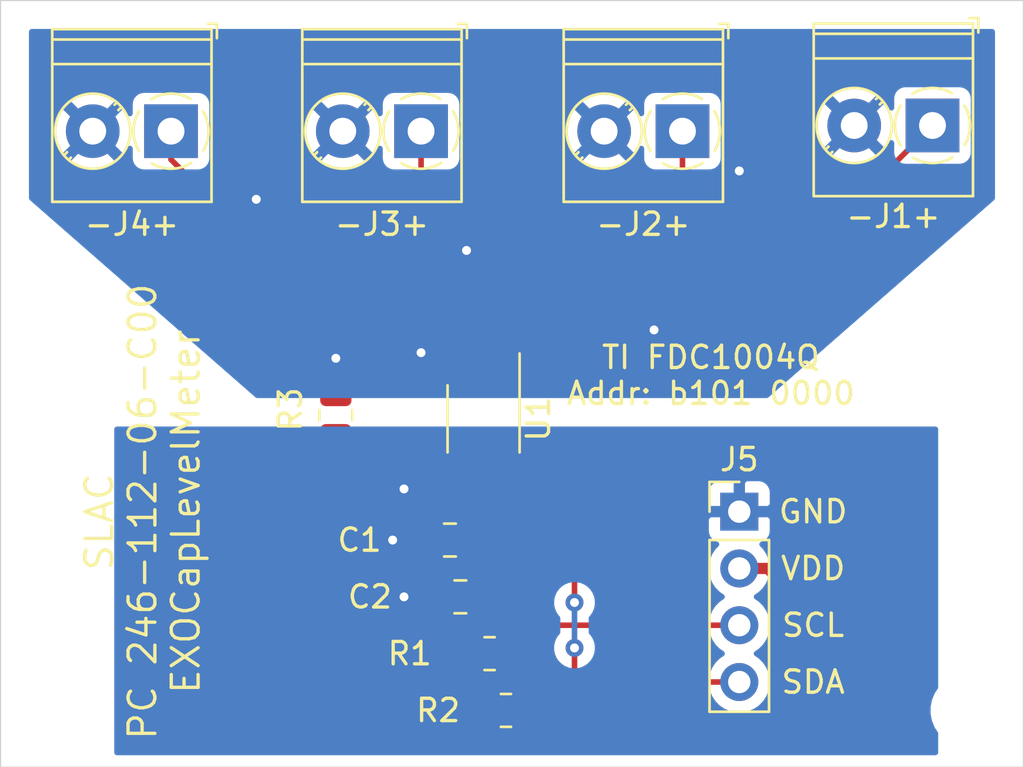
<source format=kicad_pcb>
(kicad_pcb (version 20171130) (host pcbnew "(5.1.10)-1")

  (general
    (thickness 1.6)
    (drawings 10)
    (tracks 116)
    (zones 0)
    (modules 15)
    (nets 11)
  )

  (page A4)
  (layers
    (0 F.Cu signal)
    (31 B.Cu signal)
    (32 B.Adhes user hide)
    (33 F.Adhes user hide)
    (34 B.Paste user hide)
    (35 F.Paste user hide)
    (36 B.SilkS user hide)
    (37 F.SilkS user)
    (38 B.Mask user hide)
    (39 F.Mask user)
    (40 Dwgs.User user hide)
    (41 Cmts.User user hide)
    (42 Eco1.User user hide)
    (43 Eco2.User user hide)
    (44 Edge.Cuts user)
    (45 Margin user hide)
    (46 B.CrtYd user hide)
    (47 F.CrtYd user hide)
    (48 B.Fab user hide)
    (49 F.Fab user hide)
  )

  (setup
    (last_trace_width 0.5)
    (user_trace_width 0.5)
    (user_trace_width 1)
    (trace_clearance 0.2)
    (zone_clearance 0.508)
    (zone_45_only no)
    (trace_min 0.1524)
    (via_size 0.8)
    (via_drill 0.4)
    (via_min_size 0.508)
    (via_min_drill 0.254)
    (uvia_size 0.3)
    (uvia_drill 0.1)
    (uvias_allowed no)
    (uvia_min_size 0.2)
    (uvia_min_drill 0.1)
    (edge_width 0.05)
    (segment_width 0.2)
    (pcb_text_width 0.3)
    (pcb_text_size 1.5 1.5)
    (mod_edge_width 0.12)
    (mod_text_size 1 1)
    (mod_text_width 0.15)
    (pad_size 1.524 1.524)
    (pad_drill 0.762)
    (pad_to_mask_clearance 0.0508)
    (aux_axis_origin 0 0)
    (visible_elements 7FFFFFFF)
    (pcbplotparams
      (layerselection 0x010fc_ffffffff)
      (usegerberextensions false)
      (usegerberattributes true)
      (usegerberadvancedattributes true)
      (creategerberjobfile true)
      (excludeedgelayer true)
      (linewidth 0.100000)
      (plotframeref false)
      (viasonmask false)
      (mode 1)
      (useauxorigin false)
      (hpglpennumber 1)
      (hpglpenspeed 20)
      (hpglpendiameter 15.000000)
      (psnegative false)
      (psa4output false)
      (plotreference true)
      (plotvalue true)
      (plotinvisibletext false)
      (padsonsilk false)
      (subtractmaskfromsilk false)
      (outputformat 1)
      (mirror false)
      (drillshape 1)
      (scaleselection 1)
      (outputdirectory ""))
  )

  (net 0 "")
  (net 1 /VDD)
  (net 2 /GND)
  (net 3 "Net-(J1-Pad1)")
  (net 4 SHLD1)
  (net 5 "Net-(J2-Pad1)")
  (net 6 "Net-(J3-Pad1)")
  (net 7 "Net-(J4-Pad1)")
  (net 8 /SCL)
  (net 9 /SDA)
  (net 10 "Net-(R3-Pad2)")

  (net_class Default "This is the default net class."
    (clearance 0.2)
    (trace_width 0.25)
    (via_dia 0.8)
    (via_drill 0.4)
    (uvia_dia 0.3)
    (uvia_drill 0.1)
    (add_net /GND)
    (add_net /SCL)
    (add_net /SDA)
    (add_net /VDD)
    (add_net "Net-(J1-Pad1)")
    (add_net "Net-(J2-Pad1)")
    (add_net "Net-(J3-Pad1)")
    (add_net "Net-(J4-Pad1)")
    (add_net "Net-(R3-Pad2)")
    (add_net SHLD1)
  )

  (module MountingHole:MountingHole_2.2mm_M2 (layer F.Cu) (tedit 56D1B4CB) (tstamp 612595A6)
    (at 125.73 71.12)
    (descr "Mounting Hole 2.2mm, no annular, M2")
    (tags "mounting hole 2.2mm no annular m2")
    (attr virtual)
    (fp_text reference REF** (at -1.27 -2.54) (layer F.Fab)
      (effects (font (size 1 1) (thickness 0.15)))
    )
    (fp_text value MountingHole_2.2mm_M2 (at 0 3.2) (layer F.Fab)
      (effects (font (size 1 1) (thickness 0.15)))
    )
    (fp_circle (center 0 0) (end 2.2 0) (layer Cmts.User) (width 0.15))
    (fp_circle (center 0 0) (end 2.45 0) (layer F.CrtYd) (width 0.05))
    (fp_text user %R (at 0.3 0) (layer F.Fab)
      (effects (font (size 1 1) (thickness 0.15)))
    )
    (pad 1 np_thru_hole circle (at 0 0) (size 2.2 2.2) (drill 2.2) (layers *.Cu *.Mask))
  )

  (module MountingHole:MountingHole_2.2mm_M2 (layer F.Cu) (tedit 56D1B4CB) (tstamp 61259582)
    (at 85.09 71.12)
    (descr "Mounting Hole 2.2mm, no annular, M2")
    (tags "mounting hole 2.2mm no annular m2")
    (attr virtual)
    (fp_text reference REF** (at 0 -3.2) (layer F.Fab)
      (effects (font (size 1 1) (thickness 0.15)))
    )
    (fp_text value MountingHole_2.2mm_M2 (at 0 3.2) (layer F.Fab)
      (effects (font (size 1 1) (thickness 0.15)))
    )
    (fp_circle (center 0 0) (end 2.2 0) (layer Cmts.User) (width 0.15))
    (fp_circle (center 0 0) (end 2.45 0) (layer F.CrtYd) (width 0.05))
    (fp_text user %R (at 0.3 0) (layer F.Fab)
      (effects (font (size 1 1) (thickness 0.15)))
    )
    (pad 1 np_thru_hole circle (at 0 0) (size 2.2 2.2) (drill 2.2) (layers *.Cu *.Mask))
  )

  (module MountingHole:MountingHole_2.2mm_M2 (layer F.Cu) (tedit 56D1B4CB) (tstamp 61259665)
    (at 85.09 52.07)
    (descr "Mounting Hole 2.2mm, no annular, M2")
    (tags "mounting hole 2.2mm no annular m2")
    (attr virtual)
    (fp_text reference REF** (at 0 2.54) (layer F.Fab)
      (effects (font (size 1 1) (thickness 0.15)))
    )
    (fp_text value MountingHole_2.2mm_M2 (at 0 3.2) (layer F.Fab)
      (effects (font (size 1 1) (thickness 0.15)))
    )
    (fp_circle (center 0 0) (end 2.2 0) (layer Cmts.User) (width 0.15))
    (fp_circle (center 0 0) (end 2.45 0) (layer F.CrtYd) (width 0.05))
    (fp_text user %R (at 0.3 0) (layer F.Fab)
      (effects (font (size 1 1) (thickness 0.15)))
    )
    (pad 1 np_thru_hole circle (at 0 0) (size 2.2 2.2) (drill 2.2) (layers *.Cu *.Mask))
  )

  (module MountingHole:MountingHole_2.2mm_M2 (layer F.Cu) (tedit 56D1B4CB) (tstamp 612594D1)
    (at 125.73 52.07)
    (descr "Mounting Hole 2.2mm, no annular, M2")
    (tags "mounting hole 2.2mm no annular m2")
    (attr virtual)
    (fp_text reference REF** (at 0 2.54) (layer F.Fab)
      (effects (font (size 1 1) (thickness 0.15)))
    )
    (fp_text value MountingHole_2.2mm_M2 (at 0 3.2) (layer F.Fab)
      (effects (font (size 1 1) (thickness 0.15)))
    )
    (fp_circle (center 0 0) (end 2.2 0) (layer Cmts.User) (width 0.15))
    (fp_circle (center 0 0) (end 2.45 0) (layer F.CrtYd) (width 0.05))
    (fp_text user %R (at 0.3 0) (layer F.Fab)
      (effects (font (size 1 1) (thickness 0.15)))
    )
    (pad 1 np_thru_hole circle (at 0 0) (size 2.2 2.2) (drill 2.2) (layers *.Cu *.Mask))
  )

  (module Resistor_SMD:R_0805_2012Metric_Pad1.20x1.40mm_HandSolder (layer F.Cu) (tedit 5F68FEEE) (tstamp 61259116)
    (at 97.536 57.912 270)
    (descr "Resistor SMD 0805 (2012 Metric), square (rectangular) end terminal, IPC_7351 nominal with elongated pad for handsoldering. (Body size source: IPC-SM-782 page 72, https://www.pcb-3d.com/wordpress/wp-content/uploads/ipc-sm-782a_amendment_1_and_2.pdf), generated with kicad-footprint-generator")
    (tags "resistor handsolder")
    (path /61274285)
    (attr smd)
    (fp_text reference R3 (at -0.254 2.032 90) (layer F.SilkS)
      (effects (font (size 1 1) (thickness 0.15)))
    )
    (fp_text value 0 (at 0 1.65 90) (layer F.Fab)
      (effects (font (size 1 1) (thickness 0.15)))
    )
    (fp_line (start -1 0.625) (end -1 -0.625) (layer F.Fab) (width 0.1))
    (fp_line (start -1 -0.625) (end 1 -0.625) (layer F.Fab) (width 0.1))
    (fp_line (start 1 -0.625) (end 1 0.625) (layer F.Fab) (width 0.1))
    (fp_line (start 1 0.625) (end -1 0.625) (layer F.Fab) (width 0.1))
    (fp_line (start -0.227064 -0.735) (end 0.227064 -0.735) (layer F.SilkS) (width 0.12))
    (fp_line (start -0.227064 0.735) (end 0.227064 0.735) (layer F.SilkS) (width 0.12))
    (fp_line (start -1.85 0.95) (end -1.85 -0.95) (layer F.CrtYd) (width 0.05))
    (fp_line (start -1.85 -0.95) (end 1.85 -0.95) (layer F.CrtYd) (width 0.05))
    (fp_line (start 1.85 -0.95) (end 1.85 0.95) (layer F.CrtYd) (width 0.05))
    (fp_line (start 1.85 0.95) (end -1.85 0.95) (layer F.CrtYd) (width 0.05))
    (fp_text user %R (at 0 0 90) (layer F.Fab)
      (effects (font (size 0.5 0.5) (thickness 0.08)))
    )
    (pad 2 smd roundrect (at 1 0 270) (size 1.2 1.4) (layers F.Cu F.Paste F.Mask) (roundrect_rratio 0.208333)
      (net 10 "Net-(R3-Pad2)"))
    (pad 1 smd roundrect (at -1 0 270) (size 1.2 1.4) (layers F.Cu F.Paste F.Mask) (roundrect_rratio 0.208333)
      (net 4 SHLD1))
    (model ${KISYS3DMOD}/Resistor_SMD.3dshapes/R_0805_2012Metric.wrl
      (at (xyz 0 0 0))
      (scale (xyz 1 1 1))
      (rotate (xyz 0 0 0))
    )
  )

  (module Capacitor_SMD:C_0805_2012Metric_Pad1.18x1.45mm_HandSolder (layer F.Cu) (tedit 5F68FEEF) (tstamp 61256B00)
    (at 102.6375 63.5 180)
    (descr "Capacitor SMD 0805 (2012 Metric), square (rectangular) end terminal, IPC_7351 nominal with elongated pad for handsoldering. (Body size source: IPC-SM-782 page 76, https://www.pcb-3d.com/wordpress/wp-content/uploads/ipc-sm-782a_amendment_1_and_2.pdf, https://docs.google.com/spreadsheets/d/1BsfQQcO9C6DZCsRaXUlFlo91Tg2WpOkGARC1WS5S8t0/edit?usp=sharing), generated with kicad-footprint-generator")
    (tags "capacitor handsolder")
    (path /6125A59F)
    (attr smd)
    (fp_text reference C1 (at 4.0425 0) (layer F.SilkS)
      (effects (font (size 1 1) (thickness 0.15)))
    )
    (fp_text value 0.1uF (at -3.5775 2.54) (layer F.Fab)
      (effects (font (size 1 1) (thickness 0.15)))
    )
    (fp_line (start 1.88 0.98) (end -1.88 0.98) (layer F.CrtYd) (width 0.05))
    (fp_line (start 1.88 -0.98) (end 1.88 0.98) (layer F.CrtYd) (width 0.05))
    (fp_line (start -1.88 -0.98) (end 1.88 -0.98) (layer F.CrtYd) (width 0.05))
    (fp_line (start -1.88 0.98) (end -1.88 -0.98) (layer F.CrtYd) (width 0.05))
    (fp_line (start -0.261252 0.735) (end 0.261252 0.735) (layer F.SilkS) (width 0.12))
    (fp_line (start -0.261252 -0.735) (end 0.261252 -0.735) (layer F.SilkS) (width 0.12))
    (fp_line (start 1 0.625) (end -1 0.625) (layer F.Fab) (width 0.1))
    (fp_line (start 1 -0.625) (end 1 0.625) (layer F.Fab) (width 0.1))
    (fp_line (start -1 -0.625) (end 1 -0.625) (layer F.Fab) (width 0.1))
    (fp_line (start -1 0.625) (end -1 -0.625) (layer F.Fab) (width 0.1))
    (fp_text user %R (at 0 0) (layer F.Fab)
      (effects (font (size 0.5 0.5) (thickness 0.08)))
    )
    (pad 1 smd roundrect (at -1.0375 0 180) (size 1.175 1.45) (layers F.Cu F.Paste F.Mask) (roundrect_rratio 0.212766)
      (net 1 /VDD))
    (pad 2 smd roundrect (at 1.0375 0 180) (size 1.175 1.45) (layers F.Cu F.Paste F.Mask) (roundrect_rratio 0.212766)
      (net 2 /GND))
    (model ${KISYS3DMOD}/Capacitor_SMD.3dshapes/C_0805_2012Metric.wrl
      (at (xyz 0 0 0))
      (scale (xyz 1 1 1))
      (rotate (xyz 0 0 0))
    )
  )

  (module Capacitor_SMD:C_0805_2012Metric_Pad1.18x1.45mm_HandSolder (layer F.Cu) (tedit 5F68FEEF) (tstamp 61256B11)
    (at 103.1025 66.04 180)
    (descr "Capacitor SMD 0805 (2012 Metric), square (rectangular) end terminal, IPC_7351 nominal with elongated pad for handsoldering. (Body size source: IPC-SM-782 page 76, https://www.pcb-3d.com/wordpress/wp-content/uploads/ipc-sm-782a_amendment_1_and_2.pdf, https://docs.google.com/spreadsheets/d/1BsfQQcO9C6DZCsRaXUlFlo91Tg2WpOkGARC1WS5S8t0/edit?usp=sharing), generated with kicad-footprint-generator")
    (tags "capacitor handsolder")
    (path /6125AD74)
    (attr smd)
    (fp_text reference C2 (at 4.0425 0) (layer F.SilkS)
      (effects (font (size 1 1) (thickness 0.15)))
    )
    (fp_text value 1uF (at 0 1.68) (layer F.Fab)
      (effects (font (size 1 1) (thickness 0.15)))
    )
    (fp_line (start -1 0.625) (end -1 -0.625) (layer F.Fab) (width 0.1))
    (fp_line (start -1 -0.625) (end 1 -0.625) (layer F.Fab) (width 0.1))
    (fp_line (start 1 -0.625) (end 1 0.625) (layer F.Fab) (width 0.1))
    (fp_line (start 1 0.625) (end -1 0.625) (layer F.Fab) (width 0.1))
    (fp_line (start -0.261252 -0.735) (end 0.261252 -0.735) (layer F.SilkS) (width 0.12))
    (fp_line (start -0.261252 0.735) (end 0.261252 0.735) (layer F.SilkS) (width 0.12))
    (fp_line (start -1.88 0.98) (end -1.88 -0.98) (layer F.CrtYd) (width 0.05))
    (fp_line (start -1.88 -0.98) (end 1.88 -0.98) (layer F.CrtYd) (width 0.05))
    (fp_line (start 1.88 -0.98) (end 1.88 0.98) (layer F.CrtYd) (width 0.05))
    (fp_line (start 1.88 0.98) (end -1.88 0.98) (layer F.CrtYd) (width 0.05))
    (fp_text user %R (at 0 0) (layer F.Fab)
      (effects (font (size 0.5 0.5) (thickness 0.08)))
    )
    (pad 2 smd roundrect (at 1.0375 0 180) (size 1.175 1.45) (layers F.Cu F.Paste F.Mask) (roundrect_rratio 0.212766)
      (net 2 /GND))
    (pad 1 smd roundrect (at -1.0375 0 180) (size 1.175 1.45) (layers F.Cu F.Paste F.Mask) (roundrect_rratio 0.212766)
      (net 1 /VDD))
    (model ${KISYS3DMOD}/Capacitor_SMD.3dshapes/C_0805_2012Metric.wrl
      (at (xyz 0 0 0))
      (scale (xyz 1 1 1))
      (rotate (xyz 0 0 0))
    )
  )

  (module TerminalBlock_Phoenix:TerminalBlock_Phoenix_PT-1,5-2-3.5-H_1x02_P3.50mm_Horizontal (layer F.Cu) (tedit 5B294F3F) (tstamp 61256B3B)
    (at 124.206 44.958 180)
    (descr "Terminal Block Phoenix PT-1,5-2-3.5-H, 2 pins, pitch 3.5mm, size 7x7.6mm^2, drill diamater 1.2mm, pad diameter 2.4mm, see , script-generated using https://github.com/pointhi/kicad-footprint-generator/scripts/TerminalBlock_Phoenix")
    (tags "THT Terminal Block Phoenix PT-1,5-2-3.5-H pitch 3.5mm size 7x7.6mm^2 drill 1.2mm pad 2.4mm")
    (path /6125322E)
    (fp_text reference -J1+ (at 1.75 -4.064) (layer F.SilkS)
      (effects (font (size 1 1) (thickness 0.15)))
    )
    (fp_text value Conn_01x02_Female (at 1.75 5.56) (layer F.Fab)
      (effects (font (size 1 1) (thickness 0.15)))
    )
    (fp_line (start 5.75 -3.6) (end -2.25 -3.6) (layer F.CrtYd) (width 0.05))
    (fp_line (start 5.75 5) (end 5.75 -3.6) (layer F.CrtYd) (width 0.05))
    (fp_line (start -2.25 5) (end 5.75 5) (layer F.CrtYd) (width 0.05))
    (fp_line (start -2.25 -3.6) (end -2.25 5) (layer F.CrtYd) (width 0.05))
    (fp_line (start -2.05 4.8) (end -1.65 4.8) (layer F.SilkS) (width 0.12))
    (fp_line (start -2.05 4.16) (end -2.05 4.8) (layer F.SilkS) (width 0.12))
    (fp_line (start 2.355 0.941) (end 2.226 1.069) (layer F.SilkS) (width 0.12))
    (fp_line (start 4.57 -1.275) (end 4.476 -1.181) (layer F.SilkS) (width 0.12))
    (fp_line (start 2.525 1.181) (end 2.431 1.274) (layer F.SilkS) (width 0.12))
    (fp_line (start 4.775 -1.069) (end 4.646 -0.941) (layer F.SilkS) (width 0.12))
    (fp_line (start 4.455 -1.138) (end 2.363 0.955) (layer F.Fab) (width 0.1))
    (fp_line (start 4.638 -0.955) (end 2.546 1.138) (layer F.Fab) (width 0.1))
    (fp_line (start 0.955 -1.138) (end -1.138 0.955) (layer F.Fab) (width 0.1))
    (fp_line (start 1.138 -0.955) (end -0.955 1.138) (layer F.Fab) (width 0.1))
    (fp_line (start 5.31 -3.16) (end 5.31 4.56) (layer F.SilkS) (width 0.12))
    (fp_line (start -1.81 -3.16) (end -1.81 4.56) (layer F.SilkS) (width 0.12))
    (fp_line (start -1.81 4.56) (end 5.31 4.56) (layer F.SilkS) (width 0.12))
    (fp_line (start -1.81 -3.16) (end 5.31 -3.16) (layer F.SilkS) (width 0.12))
    (fp_line (start -1.81 3) (end 5.31 3) (layer F.SilkS) (width 0.12))
    (fp_line (start -1.75 3) (end 5.25 3) (layer F.Fab) (width 0.1))
    (fp_line (start -1.81 4.1) (end 5.31 4.1) (layer F.SilkS) (width 0.12))
    (fp_line (start -1.75 4.1) (end 5.25 4.1) (layer F.Fab) (width 0.1))
    (fp_line (start -1.75 4.1) (end -1.75 -3.1) (layer F.Fab) (width 0.1))
    (fp_line (start -1.35 4.5) (end -1.75 4.1) (layer F.Fab) (width 0.1))
    (fp_line (start 5.25 4.5) (end -1.35 4.5) (layer F.Fab) (width 0.1))
    (fp_line (start 5.25 -3.1) (end 5.25 4.5) (layer F.Fab) (width 0.1))
    (fp_line (start -1.75 -3.1) (end 5.25 -3.1) (layer F.Fab) (width 0.1))
    (fp_circle (center 3.5 0) (end 5.18 0) (layer F.SilkS) (width 0.12))
    (fp_circle (center 3.5 0) (end 5 0) (layer F.Fab) (width 0.1))
    (fp_circle (center 0 0) (end 1.5 0) (layer F.Fab) (width 0.1))
    (fp_arc (start 0 0) (end 0 1.68) (angle -32) (layer F.SilkS) (width 0.12))
    (fp_arc (start 0 0) (end 1.425 0.891) (angle -64) (layer F.SilkS) (width 0.12))
    (fp_arc (start 0 0) (end 0.866 -1.44) (angle -63) (layer F.SilkS) (width 0.12))
    (fp_arc (start 0 0) (end -1.44 -0.866) (angle -63) (layer F.SilkS) (width 0.12))
    (fp_arc (start 0 0) (end -0.866 1.44) (angle -32) (layer F.SilkS) (width 0.12))
    (fp_text user %R (at 1.75 2.4) (layer F.Fab)
      (effects (font (size 1 1) (thickness 0.15)))
    )
    (pad 1 thru_hole rect (at 0 0 180) (size 2.4 2.4) (drill 1.2) (layers *.Cu *.Mask)
      (net 3 "Net-(J1-Pad1)"))
    (pad 2 thru_hole circle (at 3.5 0 180) (size 2.4 2.4) (drill 1.2) (layers *.Cu *.Mask)
      (net 4 SHLD1))
    (model ${KISYS3DMOD}/TerminalBlock_Phoenix.3dshapes/TerminalBlock_Phoenix_PT-1,5-2-3.5-H_1x02_P3.50mm_Horizontal.wrl
      (at (xyz 0 0 0))
      (scale (xyz 1 1 1))
      (rotate (xyz 0 0 0))
    )
  )

  (module TerminalBlock_Phoenix:TerminalBlock_Phoenix_PT-1,5-2-3.5-H_1x02_P3.50mm_Horizontal (layer F.Cu) (tedit 5B294F3F) (tstamp 61256B65)
    (at 113.03 45.212 180)
    (descr "Terminal Block Phoenix PT-1,5-2-3.5-H, 2 pins, pitch 3.5mm, size 7x7.6mm^2, drill diamater 1.2mm, pad diameter 2.4mm, see , script-generated using https://github.com/pointhi/kicad-footprint-generator/scripts/TerminalBlock_Phoenix")
    (tags "THT Terminal Block Phoenix PT-1,5-2-3.5-H pitch 3.5mm size 7x7.6mm^2 drill 1.2mm pad 2.4mm")
    (path /6125582A)
    (fp_text reference -J2+ (at 1.75 -4.16) (layer F.SilkS)
      (effects (font (size 1 1) (thickness 0.15)))
    )
    (fp_text value Conn_01x02_Female (at 1.75 5.56) (layer F.Fab)
      (effects (font (size 1 1) (thickness 0.15)))
    )
    (fp_circle (center 0 0) (end 1.5 0) (layer F.Fab) (width 0.1))
    (fp_circle (center 3.5 0) (end 5 0) (layer F.Fab) (width 0.1))
    (fp_circle (center 3.5 0) (end 5.18 0) (layer F.SilkS) (width 0.12))
    (fp_line (start -1.75 -3.1) (end 5.25 -3.1) (layer F.Fab) (width 0.1))
    (fp_line (start 5.25 -3.1) (end 5.25 4.5) (layer F.Fab) (width 0.1))
    (fp_line (start 5.25 4.5) (end -1.35 4.5) (layer F.Fab) (width 0.1))
    (fp_line (start -1.35 4.5) (end -1.75 4.1) (layer F.Fab) (width 0.1))
    (fp_line (start -1.75 4.1) (end -1.75 -3.1) (layer F.Fab) (width 0.1))
    (fp_line (start -1.75 4.1) (end 5.25 4.1) (layer F.Fab) (width 0.1))
    (fp_line (start -1.81 4.1) (end 5.31 4.1) (layer F.SilkS) (width 0.12))
    (fp_line (start -1.75 3) (end 5.25 3) (layer F.Fab) (width 0.1))
    (fp_line (start -1.81 3) (end 5.31 3) (layer F.SilkS) (width 0.12))
    (fp_line (start -1.81 -3.16) (end 5.31 -3.16) (layer F.SilkS) (width 0.12))
    (fp_line (start -1.81 4.56) (end 5.31 4.56) (layer F.SilkS) (width 0.12))
    (fp_line (start -1.81 -3.16) (end -1.81 4.56) (layer F.SilkS) (width 0.12))
    (fp_line (start 5.31 -3.16) (end 5.31 4.56) (layer F.SilkS) (width 0.12))
    (fp_line (start 1.138 -0.955) (end -0.955 1.138) (layer F.Fab) (width 0.1))
    (fp_line (start 0.955 -1.138) (end -1.138 0.955) (layer F.Fab) (width 0.1))
    (fp_line (start 4.638 -0.955) (end 2.546 1.138) (layer F.Fab) (width 0.1))
    (fp_line (start 4.455 -1.138) (end 2.363 0.955) (layer F.Fab) (width 0.1))
    (fp_line (start 4.775 -1.069) (end 4.646 -0.941) (layer F.SilkS) (width 0.12))
    (fp_line (start 2.525 1.181) (end 2.431 1.274) (layer F.SilkS) (width 0.12))
    (fp_line (start 4.57 -1.275) (end 4.476 -1.181) (layer F.SilkS) (width 0.12))
    (fp_line (start 2.355 0.941) (end 2.226 1.069) (layer F.SilkS) (width 0.12))
    (fp_line (start -2.05 4.16) (end -2.05 4.8) (layer F.SilkS) (width 0.12))
    (fp_line (start -2.05 4.8) (end -1.65 4.8) (layer F.SilkS) (width 0.12))
    (fp_line (start -2.25 -3.6) (end -2.25 5) (layer F.CrtYd) (width 0.05))
    (fp_line (start -2.25 5) (end 5.75 5) (layer F.CrtYd) (width 0.05))
    (fp_line (start 5.75 5) (end 5.75 -3.6) (layer F.CrtYd) (width 0.05))
    (fp_line (start 5.75 -3.6) (end -2.25 -3.6) (layer F.CrtYd) (width 0.05))
    (fp_text user %R (at 1.75 2.4) (layer F.Fab)
      (effects (font (size 1 1) (thickness 0.15)))
    )
    (fp_arc (start 0 0) (end -0.866 1.44) (angle -32) (layer F.SilkS) (width 0.12))
    (fp_arc (start 0 0) (end -1.44 -0.866) (angle -63) (layer F.SilkS) (width 0.12))
    (fp_arc (start 0 0) (end 0.866 -1.44) (angle -63) (layer F.SilkS) (width 0.12))
    (fp_arc (start 0 0) (end 1.425 0.891) (angle -64) (layer F.SilkS) (width 0.12))
    (fp_arc (start 0 0) (end 0 1.68) (angle -32) (layer F.SilkS) (width 0.12))
    (pad 2 thru_hole circle (at 3.5 0 180) (size 2.4 2.4) (drill 1.2) (layers *.Cu *.Mask)
      (net 4 SHLD1))
    (pad 1 thru_hole rect (at 0 0 180) (size 2.4 2.4) (drill 1.2) (layers *.Cu *.Mask)
      (net 5 "Net-(J2-Pad1)"))
    (model ${KISYS3DMOD}/TerminalBlock_Phoenix.3dshapes/TerminalBlock_Phoenix_PT-1,5-2-3.5-H_1x02_P3.50mm_Horizontal.wrl
      (at (xyz 0 0 0))
      (scale (xyz 1 1 1))
      (rotate (xyz 0 0 0))
    )
  )

  (module TerminalBlock_Phoenix:TerminalBlock_Phoenix_PT-1,5-2-3.5-H_1x02_P3.50mm_Horizontal (layer F.Cu) (tedit 5B294F3F) (tstamp 61256B8F)
    (at 101.346 45.212 180)
    (descr "Terminal Block Phoenix PT-1,5-2-3.5-H, 2 pins, pitch 3.5mm, size 7x7.6mm^2, drill diamater 1.2mm, pad diameter 2.4mm, see , script-generated using https://github.com/pointhi/kicad-footprint-generator/scripts/TerminalBlock_Phoenix")
    (tags "THT Terminal Block Phoenix PT-1,5-2-3.5-H pitch 3.5mm size 7x7.6mm^2 drill 1.2mm pad 2.4mm")
    (path /61255BFD)
    (fp_text reference -J3+ (at 1.75 -4.16) (layer F.SilkS)
      (effects (font (size 1 1) (thickness 0.15)))
    )
    (fp_text value Conn_01x02_Female (at 1.75 5.56) (layer F.Fab)
      (effects (font (size 1 1) (thickness 0.15)))
    )
    (fp_line (start 5.75 -3.6) (end -2.25 -3.6) (layer F.CrtYd) (width 0.05))
    (fp_line (start 5.75 5) (end 5.75 -3.6) (layer F.CrtYd) (width 0.05))
    (fp_line (start -2.25 5) (end 5.75 5) (layer F.CrtYd) (width 0.05))
    (fp_line (start -2.25 -3.6) (end -2.25 5) (layer F.CrtYd) (width 0.05))
    (fp_line (start -2.05 4.8) (end -1.65 4.8) (layer F.SilkS) (width 0.12))
    (fp_line (start -2.05 4.16) (end -2.05 4.8) (layer F.SilkS) (width 0.12))
    (fp_line (start 2.355 0.941) (end 2.226 1.069) (layer F.SilkS) (width 0.12))
    (fp_line (start 4.57 -1.275) (end 4.476 -1.181) (layer F.SilkS) (width 0.12))
    (fp_line (start 2.525 1.181) (end 2.431 1.274) (layer F.SilkS) (width 0.12))
    (fp_line (start 4.775 -1.069) (end 4.646 -0.941) (layer F.SilkS) (width 0.12))
    (fp_line (start 4.455 -1.138) (end 2.363 0.955) (layer F.Fab) (width 0.1))
    (fp_line (start 4.638 -0.955) (end 2.546 1.138) (layer F.Fab) (width 0.1))
    (fp_line (start 0.955 -1.138) (end -1.138 0.955) (layer F.Fab) (width 0.1))
    (fp_line (start 1.138 -0.955) (end -0.955 1.138) (layer F.Fab) (width 0.1))
    (fp_line (start 5.31 -3.16) (end 5.31 4.56) (layer F.SilkS) (width 0.12))
    (fp_line (start -1.81 -3.16) (end -1.81 4.56) (layer F.SilkS) (width 0.12))
    (fp_line (start -1.81 4.56) (end 5.31 4.56) (layer F.SilkS) (width 0.12))
    (fp_line (start -1.81 -3.16) (end 5.31 -3.16) (layer F.SilkS) (width 0.12))
    (fp_line (start -1.81 3) (end 5.31 3) (layer F.SilkS) (width 0.12))
    (fp_line (start -1.75 3) (end 5.25 3) (layer F.Fab) (width 0.1))
    (fp_line (start -1.81 4.1) (end 5.31 4.1) (layer F.SilkS) (width 0.12))
    (fp_line (start -1.75 4.1) (end 5.25 4.1) (layer F.Fab) (width 0.1))
    (fp_line (start -1.75 4.1) (end -1.75 -3.1) (layer F.Fab) (width 0.1))
    (fp_line (start -1.35 4.5) (end -1.75 4.1) (layer F.Fab) (width 0.1))
    (fp_line (start 5.25 4.5) (end -1.35 4.5) (layer F.Fab) (width 0.1))
    (fp_line (start 5.25 -3.1) (end 5.25 4.5) (layer F.Fab) (width 0.1))
    (fp_line (start -1.75 -3.1) (end 5.25 -3.1) (layer F.Fab) (width 0.1))
    (fp_circle (center 3.5 0) (end 5.18 0) (layer F.SilkS) (width 0.12))
    (fp_circle (center 3.5 0) (end 5 0) (layer F.Fab) (width 0.1))
    (fp_circle (center 0 0) (end 1.5 0) (layer F.Fab) (width 0.1))
    (fp_arc (start 0 0) (end 0 1.68) (angle -32) (layer F.SilkS) (width 0.12))
    (fp_arc (start 0 0) (end 1.425 0.891) (angle -64) (layer F.SilkS) (width 0.12))
    (fp_arc (start 0 0) (end 0.866 -1.44) (angle -63) (layer F.SilkS) (width 0.12))
    (fp_arc (start 0 0) (end -1.44 -0.866) (angle -63) (layer F.SilkS) (width 0.12))
    (fp_arc (start 0 0) (end -0.866 1.44) (angle -32) (layer F.SilkS) (width 0.12))
    (fp_text user %R (at 1.75 2.4) (layer F.Fab)
      (effects (font (size 1 1) (thickness 0.15)))
    )
    (pad 1 thru_hole rect (at 0 0 180) (size 2.4 2.4) (drill 1.2) (layers *.Cu *.Mask)
      (net 6 "Net-(J3-Pad1)"))
    (pad 2 thru_hole circle (at 3.5 0 180) (size 2.4 2.4) (drill 1.2) (layers *.Cu *.Mask)
      (net 4 SHLD1))
    (model ${KISYS3DMOD}/TerminalBlock_Phoenix.3dshapes/TerminalBlock_Phoenix_PT-1,5-2-3.5-H_1x02_P3.50mm_Horizontal.wrl
      (at (xyz 0 0 0))
      (scale (xyz 1 1 1))
      (rotate (xyz 0 0 0))
    )
  )

  (module TerminalBlock_Phoenix:TerminalBlock_Phoenix_PT-1,5-2-3.5-H_1x02_P3.50mm_Horizontal (layer F.Cu) (tedit 5B294F3F) (tstamp 61256BB9)
    (at 90.17 45.212 180)
    (descr "Terminal Block Phoenix PT-1,5-2-3.5-H, 2 pins, pitch 3.5mm, size 7x7.6mm^2, drill diamater 1.2mm, pad diameter 2.4mm, see , script-generated using https://github.com/pointhi/kicad-footprint-generator/scripts/TerminalBlock_Phoenix")
    (tags "THT Terminal Block Phoenix PT-1,5-2-3.5-H pitch 3.5mm size 7x7.6mm^2 drill 1.2mm pad 2.4mm")
    (path /61256087)
    (fp_text reference -J4+ (at 1.75 -4.16) (layer F.SilkS)
      (effects (font (size 1 1) (thickness 0.15)))
    )
    (fp_text value Conn_01x02_Female (at 1.75 5.56) (layer F.Fab)
      (effects (font (size 1 1) (thickness 0.15)))
    )
    (fp_circle (center 0 0) (end 1.5 0) (layer F.Fab) (width 0.1))
    (fp_circle (center 3.5 0) (end 5 0) (layer F.Fab) (width 0.1))
    (fp_circle (center 3.5 0) (end 5.18 0) (layer F.SilkS) (width 0.12))
    (fp_line (start -1.75 -3.1) (end 5.25 -3.1) (layer F.Fab) (width 0.1))
    (fp_line (start 5.25 -3.1) (end 5.25 4.5) (layer F.Fab) (width 0.1))
    (fp_line (start 5.25 4.5) (end -1.35 4.5) (layer F.Fab) (width 0.1))
    (fp_line (start -1.35 4.5) (end -1.75 4.1) (layer F.Fab) (width 0.1))
    (fp_line (start -1.75 4.1) (end -1.75 -3.1) (layer F.Fab) (width 0.1))
    (fp_line (start -1.75 4.1) (end 5.25 4.1) (layer F.Fab) (width 0.1))
    (fp_line (start -1.81 4.1) (end 5.31 4.1) (layer F.SilkS) (width 0.12))
    (fp_line (start -1.75 3) (end 5.25 3) (layer F.Fab) (width 0.1))
    (fp_line (start -1.81 3) (end 5.31 3) (layer F.SilkS) (width 0.12))
    (fp_line (start -1.81 -3.16) (end 5.31 -3.16) (layer F.SilkS) (width 0.12))
    (fp_line (start -1.81 4.56) (end 5.31 4.56) (layer F.SilkS) (width 0.12))
    (fp_line (start -1.81 -3.16) (end -1.81 4.56) (layer F.SilkS) (width 0.12))
    (fp_line (start 5.31 -3.16) (end 5.31 4.56) (layer F.SilkS) (width 0.12))
    (fp_line (start 1.138 -0.955) (end -0.955 1.138) (layer F.Fab) (width 0.1))
    (fp_line (start 0.955 -1.138) (end -1.138 0.955) (layer F.Fab) (width 0.1))
    (fp_line (start 4.638 -0.955) (end 2.546 1.138) (layer F.Fab) (width 0.1))
    (fp_line (start 4.455 -1.138) (end 2.363 0.955) (layer F.Fab) (width 0.1))
    (fp_line (start 4.775 -1.069) (end 4.646 -0.941) (layer F.SilkS) (width 0.12))
    (fp_line (start 2.525 1.181) (end 2.431 1.274) (layer F.SilkS) (width 0.12))
    (fp_line (start 4.57 -1.275) (end 4.476 -1.181) (layer F.SilkS) (width 0.12))
    (fp_line (start 2.355 0.941) (end 2.226 1.069) (layer F.SilkS) (width 0.12))
    (fp_line (start -2.05 4.16) (end -2.05 4.8) (layer F.SilkS) (width 0.12))
    (fp_line (start -2.05 4.8) (end -1.65 4.8) (layer F.SilkS) (width 0.12))
    (fp_line (start -2.25 -3.6) (end -2.25 5) (layer F.CrtYd) (width 0.05))
    (fp_line (start -2.25 5) (end 5.75 5) (layer F.CrtYd) (width 0.05))
    (fp_line (start 5.75 5) (end 5.75 -3.6) (layer F.CrtYd) (width 0.05))
    (fp_line (start 5.75 -3.6) (end -2.25 -3.6) (layer F.CrtYd) (width 0.05))
    (fp_text user %R (at 1.75 2.4) (layer F.Fab)
      (effects (font (size 1 1) (thickness 0.15)))
    )
    (fp_arc (start 0 0) (end -0.866 1.44) (angle -32) (layer F.SilkS) (width 0.12))
    (fp_arc (start 0 0) (end -1.44 -0.866) (angle -63) (layer F.SilkS) (width 0.12))
    (fp_arc (start 0 0) (end 0.866 -1.44) (angle -63) (layer F.SilkS) (width 0.12))
    (fp_arc (start 0 0) (end 1.425 0.891) (angle -64) (layer F.SilkS) (width 0.12))
    (fp_arc (start 0 0) (end 0 1.68) (angle -32) (layer F.SilkS) (width 0.12))
    (pad 2 thru_hole circle (at 3.5 0 180) (size 2.4 2.4) (drill 1.2) (layers *.Cu *.Mask)
      (net 4 SHLD1))
    (pad 1 thru_hole rect (at 0 0 180) (size 2.4 2.4) (drill 1.2) (layers *.Cu *.Mask)
      (net 7 "Net-(J4-Pad1)"))
    (model ${KISYS3DMOD}/TerminalBlock_Phoenix.3dshapes/TerminalBlock_Phoenix_PT-1,5-2-3.5-H_1x02_P3.50mm_Horizontal.wrl
      (at (xyz 0 0 0))
      (scale (xyz 1 1 1))
      (rotate (xyz 0 0 0))
    )
  )

  (module Connector_PinHeader_2.54mm:PinHeader_1x04_P2.54mm_Vertical (layer F.Cu) (tedit 59FED5CC) (tstamp 61256BD1)
    (at 115.57 62.23)
    (descr "Through hole straight pin header, 1x04, 2.54mm pitch, single row")
    (tags "Through hole pin header THT 1x04 2.54mm single row")
    (path /612525D3)
    (fp_text reference J5 (at 0 -2.33) (layer F.SilkS)
      (effects (font (size 1 1) (thickness 0.15)))
    )
    (fp_text value Conn_01x04_Male (at 0 9.95) (layer F.Fab)
      (effects (font (size 1 1) (thickness 0.15)))
    )
    (fp_line (start 1.8 -1.8) (end -1.8 -1.8) (layer F.CrtYd) (width 0.05))
    (fp_line (start 1.8 9.4) (end 1.8 -1.8) (layer F.CrtYd) (width 0.05))
    (fp_line (start -1.8 9.4) (end 1.8 9.4) (layer F.CrtYd) (width 0.05))
    (fp_line (start -1.8 -1.8) (end -1.8 9.4) (layer F.CrtYd) (width 0.05))
    (fp_line (start -1.33 -1.33) (end 0 -1.33) (layer F.SilkS) (width 0.12))
    (fp_line (start -1.33 0) (end -1.33 -1.33) (layer F.SilkS) (width 0.12))
    (fp_line (start -1.33 1.27) (end 1.33 1.27) (layer F.SilkS) (width 0.12))
    (fp_line (start 1.33 1.27) (end 1.33 8.95) (layer F.SilkS) (width 0.12))
    (fp_line (start -1.33 1.27) (end -1.33 8.95) (layer F.SilkS) (width 0.12))
    (fp_line (start -1.33 8.95) (end 1.33 8.95) (layer F.SilkS) (width 0.12))
    (fp_line (start -1.27 -0.635) (end -0.635 -1.27) (layer F.Fab) (width 0.1))
    (fp_line (start -1.27 8.89) (end -1.27 -0.635) (layer F.Fab) (width 0.1))
    (fp_line (start 1.27 8.89) (end -1.27 8.89) (layer F.Fab) (width 0.1))
    (fp_line (start 1.27 -1.27) (end 1.27 8.89) (layer F.Fab) (width 0.1))
    (fp_line (start -0.635 -1.27) (end 1.27 -1.27) (layer F.Fab) (width 0.1))
    (fp_text user %R (at 0 3.81 90) (layer F.Fab)
      (effects (font (size 1 1) (thickness 0.15)))
    )
    (pad 1 thru_hole rect (at 0 0) (size 1.7 1.7) (drill 1) (layers *.Cu *.Mask)
      (net 2 /GND))
    (pad 2 thru_hole oval (at 0 2.54) (size 1.7 1.7) (drill 1) (layers *.Cu *.Mask)
      (net 1 /VDD))
    (pad 3 thru_hole oval (at 0 5.08) (size 1.7 1.7) (drill 1) (layers *.Cu *.Mask)
      (net 8 /SCL))
    (pad 4 thru_hole oval (at 0 7.62) (size 1.7 1.7) (drill 1) (layers *.Cu *.Mask)
      (net 9 /SDA))
    (model ${KISYS3DMOD}/Connector_PinHeader_2.54mm.3dshapes/PinHeader_1x04_P2.54mm_Vertical.wrl
      (at (xyz 0 0 0))
      (scale (xyz 1 1 1))
      (rotate (xyz 0 0 0))
    )
  )

  (module Resistor_SMD:R_0805_2012Metric_Pad1.20x1.40mm_HandSolder (layer F.Cu) (tedit 5F68FEEE) (tstamp 61256BE2)
    (at 104.41 68.58 180)
    (descr "Resistor SMD 0805 (2012 Metric), square (rectangular) end terminal, IPC_7351 nominal with elongated pad for handsoldering. (Body size source: IPC-SM-782 page 72, https://www.pcb-3d.com/wordpress/wp-content/uploads/ipc-sm-782a_amendment_1_and_2.pdf), generated with kicad-footprint-generator")
    (tags "resistor handsolder")
    (path /6125B238)
    (attr smd)
    (fp_text reference R1 (at 3.572 0) (layer F.SilkS)
      (effects (font (size 1 1) (thickness 0.15)))
    )
    (fp_text value 10K (at 0 1.65) (layer F.Fab)
      (effects (font (size 1 1) (thickness 0.15)))
    )
    (fp_line (start 1.85 0.95) (end -1.85 0.95) (layer F.CrtYd) (width 0.05))
    (fp_line (start 1.85 -0.95) (end 1.85 0.95) (layer F.CrtYd) (width 0.05))
    (fp_line (start -1.85 -0.95) (end 1.85 -0.95) (layer F.CrtYd) (width 0.05))
    (fp_line (start -1.85 0.95) (end -1.85 -0.95) (layer F.CrtYd) (width 0.05))
    (fp_line (start -0.227064 0.735) (end 0.227064 0.735) (layer F.SilkS) (width 0.12))
    (fp_line (start -0.227064 -0.735) (end 0.227064 -0.735) (layer F.SilkS) (width 0.12))
    (fp_line (start 1 0.625) (end -1 0.625) (layer F.Fab) (width 0.1))
    (fp_line (start 1 -0.625) (end 1 0.625) (layer F.Fab) (width 0.1))
    (fp_line (start -1 -0.625) (end 1 -0.625) (layer F.Fab) (width 0.1))
    (fp_line (start -1 0.625) (end -1 -0.625) (layer F.Fab) (width 0.1))
    (fp_text user %R (at 0 0) (layer F.Fab)
      (effects (font (size 0.5 0.5) (thickness 0.08)))
    )
    (pad 1 smd roundrect (at -1 0 180) (size 1.2 1.4) (layers F.Cu F.Paste F.Mask) (roundrect_rratio 0.208333)
      (net 8 /SCL))
    (pad 2 smd roundrect (at 1 0 180) (size 1.2 1.4) (layers F.Cu F.Paste F.Mask) (roundrect_rratio 0.208333)
      (net 1 /VDD))
    (model ${KISYS3DMOD}/Resistor_SMD.3dshapes/R_0805_2012Metric.wrl
      (at (xyz 0 0 0))
      (scale (xyz 1 1 1))
      (rotate (xyz 0 0 0))
    )
  )

  (module Resistor_SMD:R_0805_2012Metric_Pad1.20x1.40mm_HandSolder (layer F.Cu) (tedit 5F68FEEE) (tstamp 61256BF3)
    (at 105.14 71.12 180)
    (descr "Resistor SMD 0805 (2012 Metric), square (rectangular) end terminal, IPC_7351 nominal with elongated pad for handsoldering. (Body size source: IPC-SM-782 page 72, https://www.pcb-3d.com/wordpress/wp-content/uploads/ipc-sm-782a_amendment_1_and_2.pdf), generated with kicad-footprint-generator")
    (tags "resistor handsolder")
    (path /6125BC1E)
    (attr smd)
    (fp_text reference R2 (at 3.032 0) (layer F.SilkS)
      (effects (font (size 1 1) (thickness 0.15)))
    )
    (fp_text value 10K (at 0 1.65) (layer F.Fab)
      (effects (font (size 1 1) (thickness 0.15)))
    )
    (fp_line (start -1 0.625) (end -1 -0.625) (layer F.Fab) (width 0.1))
    (fp_line (start -1 -0.625) (end 1 -0.625) (layer F.Fab) (width 0.1))
    (fp_line (start 1 -0.625) (end 1 0.625) (layer F.Fab) (width 0.1))
    (fp_line (start 1 0.625) (end -1 0.625) (layer F.Fab) (width 0.1))
    (fp_line (start -0.227064 -0.735) (end 0.227064 -0.735) (layer F.SilkS) (width 0.12))
    (fp_line (start -0.227064 0.735) (end 0.227064 0.735) (layer F.SilkS) (width 0.12))
    (fp_line (start -1.85 0.95) (end -1.85 -0.95) (layer F.CrtYd) (width 0.05))
    (fp_line (start -1.85 -0.95) (end 1.85 -0.95) (layer F.CrtYd) (width 0.05))
    (fp_line (start 1.85 -0.95) (end 1.85 0.95) (layer F.CrtYd) (width 0.05))
    (fp_line (start 1.85 0.95) (end -1.85 0.95) (layer F.CrtYd) (width 0.05))
    (fp_text user %R (at 0 0) (layer F.Fab)
      (effects (font (size 0.5 0.5) (thickness 0.08)))
    )
    (pad 2 smd roundrect (at 1 0 180) (size 1.2 1.4) (layers F.Cu F.Paste F.Mask) (roundrect_rratio 0.208333)
      (net 1 /VDD))
    (pad 1 smd roundrect (at -1 0 180) (size 1.2 1.4) (layers F.Cu F.Paste F.Mask) (roundrect_rratio 0.208333)
      (net 9 /SDA))
    (model ${KISYS3DMOD}/Resistor_SMD.3dshapes/R_0805_2012Metric.wrl
      (at (xyz 0 0 0))
      (scale (xyz 1 1 1))
      (rotate (xyz 0 0 0))
    )
  )

  (module Package_SO:VSSOP-10_3x3mm_P0.5mm (layer F.Cu) (tedit 5D9F72B2) (tstamp 61256C0F)
    (at 104.14 58.08 270)
    (descr "VSSOP, 10 Pin (http://www.ti.com/lit/ds/symlink/ads1115.pdf), generated with kicad-footprint-generator ipc_gullwing_generator.py")
    (tags "VSSOP SO")
    (path /61251C0D)
    (attr smd)
    (fp_text reference U1 (at 0 -2.45 90) (layer F.SilkS)
      (effects (font (size 1 1) (thickness 0.15)))
    )
    (fp_text value FDC1004 (at 0 2.45 90) (layer F.Fab)
      (effects (font (size 1 1) (thickness 0.15)))
    )
    (fp_line (start 3.18 -1.75) (end -3.18 -1.75) (layer F.CrtYd) (width 0.05))
    (fp_line (start 3.18 1.75) (end 3.18 -1.75) (layer F.CrtYd) (width 0.05))
    (fp_line (start -3.18 1.75) (end 3.18 1.75) (layer F.CrtYd) (width 0.05))
    (fp_line (start -3.18 -1.75) (end -3.18 1.75) (layer F.CrtYd) (width 0.05))
    (fp_line (start -1.5 -0.75) (end -0.75 -1.5) (layer F.Fab) (width 0.1))
    (fp_line (start -1.5 1.5) (end -1.5 -0.75) (layer F.Fab) (width 0.1))
    (fp_line (start 1.5 1.5) (end -1.5 1.5) (layer F.Fab) (width 0.1))
    (fp_line (start 1.5 -1.5) (end 1.5 1.5) (layer F.Fab) (width 0.1))
    (fp_line (start -0.75 -1.5) (end 1.5 -1.5) (layer F.Fab) (width 0.1))
    (fp_line (start 0 -1.61) (end -2.925 -1.61) (layer F.SilkS) (width 0.12))
    (fp_line (start 0 -1.61) (end 1.5 -1.61) (layer F.SilkS) (width 0.12))
    (fp_line (start 0 1.61) (end -1.5 1.61) (layer F.SilkS) (width 0.12))
    (fp_line (start 0 1.61) (end 1.5 1.61) (layer F.SilkS) (width 0.12))
    (fp_text user %R (at 0 0 90) (layer F.Fab)
      (effects (font (size 0.75 0.75) (thickness 0.11)))
    )
    (pad 1 smd roundrect (at -2.2 -1 270) (size 1.45 0.3) (layers F.Cu F.Paste F.Mask) (roundrect_rratio 0.25)
      (net 4 SHLD1))
    (pad 2 smd roundrect (at -2.2 -0.5 270) (size 1.45 0.3) (layers F.Cu F.Paste F.Mask) (roundrect_rratio 0.25)
      (net 3 "Net-(J1-Pad1)"))
    (pad 3 smd roundrect (at -2.2 0 270) (size 1.45 0.3) (layers F.Cu F.Paste F.Mask) (roundrect_rratio 0.25)
      (net 5 "Net-(J2-Pad1)"))
    (pad 4 smd roundrect (at -2.2 0.5 270) (size 1.45 0.3) (layers F.Cu F.Paste F.Mask) (roundrect_rratio 0.25)
      (net 6 "Net-(J3-Pad1)"))
    (pad 5 smd roundrect (at -2.2 1 270) (size 1.45 0.3) (layers F.Cu F.Paste F.Mask) (roundrect_rratio 0.25)
      (net 7 "Net-(J4-Pad1)"))
    (pad 6 smd roundrect (at 2.2 1 270) (size 1.45 0.3) (layers F.Cu F.Paste F.Mask) (roundrect_rratio 0.25)
      (net 10 "Net-(R3-Pad2)"))
    (pad 7 smd roundrect (at 2.2 0.5 270) (size 1.45 0.3) (layers F.Cu F.Paste F.Mask) (roundrect_rratio 0.25)
      (net 2 /GND))
    (pad 8 smd roundrect (at 2.2 0 270) (size 1.45 0.3) (layers F.Cu F.Paste F.Mask) (roundrect_rratio 0.25)
      (net 1 /VDD))
    (pad 9 smd roundrect (at 2.2 -0.5 270) (size 1.45 0.3) (layers F.Cu F.Paste F.Mask) (roundrect_rratio 0.25)
      (net 8 /SCL))
    (pad 10 smd roundrect (at 2.2 -1 270) (size 1.45 0.3) (layers F.Cu F.Paste F.Mask) (roundrect_rratio 0.25)
      (net 9 /SDA))
    (model ${KISYS3DMOD}/Package_SO.3dshapes/VSSOP-10_3x3mm_P0.5mm.wrl
      (at (xyz 0 0 0))
      (scale (xyz 1 1 1))
      (rotate (xyz 0 0 0))
    )
  )

  (gr_line (start 128.27 39.37) (end 82.55 39.37) (layer Edge.Cuts) (width 0.05) (tstamp 61259767))
  (gr_line (start 128.27 73.66) (end 128.27 39.37) (layer Edge.Cuts) (width 0.05))
  (gr_line (start 82.55 73.66) (end 128.27 73.66) (layer Edge.Cuts) (width 0.05))
  (gr_line (start 82.55 39.37) (end 82.55 73.66) (layer Edge.Cuts) (width 0.05))
  (gr_text "SLAC \nPC 246-112-06-C00\nEXOCapLevelMeter" (at 88.9 62.23 90) (layer F.SilkS)
    (effects (font (size 1.2 1.2) (thickness 0.15)))
  )
  (gr_text "TI FDC1004Q\nAddr: b101 0000" (at 114.3 56.134) (layer F.SilkS)
    (effects (font (size 1 1) (thickness 0.15)))
  )
  (gr_text SDA (at 118.872 69.85) (layer F.SilkS)
    (effects (font (size 1 1) (thickness 0.15)))
  )
  (gr_text SCL (at 118.872 67.31) (layer F.SilkS)
    (effects (font (size 1 1) (thickness 0.15)))
  )
  (gr_text VDD (at 118.872 64.77) (layer F.SilkS)
    (effects (font (size 1 1) (thickness 0.15)))
  )
  (gr_text GND (at 118.872 62.23) (layer F.SilkS)
    (effects (font (size 1 1) (thickness 0.15)))
  )

  (segment (start 104.14 63.035) (end 103.675 63.5) (width 0.25) (layer F.Cu) (net 1))
  (segment (start 104.14 60.28) (end 104.14 63.035) (width 0.25) (layer F.Cu) (net 1))
  (segment (start 115.57 64.77) (end 116.84 64.77) (width 0.5) (layer F.Cu) (net 1))
  (segment (start 116.84 64.77) (end 118.11 66.04) (width 0.5) (layer F.Cu) (net 1))
  (segment (start 118.11 66.04) (end 118.11 71.12) (width 0.5) (layer F.Cu) (net 1))
  (segment (start 118.11 71.12) (end 116.84 72.39) (width 0.5) (layer F.Cu) (net 1))
  (segment (start 116.84 72.39) (end 105.41 72.39) (width 0.5) (layer F.Cu) (net 1))
  (segment (start 105.41 72.39) (end 104.14 71.12) (width 0.5) (layer F.Cu) (net 1))
  (segment (start 103.675 65.575) (end 104.14 66.04) (width 0.5) (layer F.Cu) (net 1))
  (segment (start 103.675 63.5) (end 103.675 65.575) (width 0.5) (layer F.Cu) (net 1))
  (segment (start 104.14 67.85) (end 103.41 68.58) (width 0.5) (layer F.Cu) (net 1))
  (segment (start 104.14 66.04) (end 104.14 67.85) (width 0.5) (layer F.Cu) (net 1))
  (segment (start 103.41 70.39) (end 104.14 71.12) (width 0.5) (layer F.Cu) (net 1))
  (segment (start 103.41 68.58) (end 103.41 70.39) (width 0.5) (layer F.Cu) (net 1))
  (via (at 100.584 61.214) (size 0.8) (drill 0.4) (layers F.Cu B.Cu) (net 2))
  (segment (start 103.64 60.28) (end 103.64 61.46) (width 0.25) (layer F.Cu) (net 2))
  (segment (start 103.64 61.46) (end 103.378 61.722) (width 0.25) (layer F.Cu) (net 2))
  (segment (start 101.092 61.722) (end 100.584 61.214) (width 0.25) (layer F.Cu) (net 2))
  (segment (start 103.378 61.722) (end 101.092 61.722) (width 0.25) (layer F.Cu) (net 2))
  (via (at 100.076 63.5) (size 0.8) (drill 0.4) (layers F.Cu B.Cu) (net 2))
  (via (at 100.584 66.04) (size 0.8) (drill 0.4) (layers F.Cu B.Cu) (net 2))
  (segment (start 100.584 66.04) (end 102.065 66.04) (width 0.25) (layer F.Cu) (net 2))
  (segment (start 100.076 63.5) (end 101.6 63.5) (width 0.25) (layer F.Cu) (net 2))
  (segment (start 104.64 55.88) (end 104.64 54.618) (width 0.25) (layer F.Cu) (net 3))
  (segment (start 104.64 54.618) (end 106.68 52.578) (width 0.25) (layer F.Cu) (net 3))
  (segment (start 116.586 52.578) (end 124.206 44.958) (width 0.25) (layer F.Cu) (net 3))
  (segment (start 106.68 52.578) (end 116.586 52.578) (width 0.25) (layer F.Cu) (net 3))
  (via (at 115.57 46.99) (size 0.8) (drill 0.4) (layers F.Cu B.Cu) (net 4))
  (via (at 93.98 48.26) (size 0.8) (drill 0.4) (layers F.Cu B.Cu) (net 4))
  (segment (start 105.14 55.88) (end 105.14 55.134) (width 0.25) (layer F.Cu) (net 4))
  (via (at 101.346 55.118) (size 0.8) (drill 0.4) (layers F.Cu B.Cu) (net 4))
  (segment (start 101.346 55.118) (end 102.108 55.118) (width 0.25) (layer F.Cu) (net 4))
  (segment (start 102.108 55.118) (end 102.108 56.388) (width 0.25) (layer F.Cu) (net 4))
  (segment (start 99.822 52.832) (end 93.726 52.832) (width 0.25) (layer F.Cu) (net 4))
  (segment (start 102.108 55.118) (end 99.822 52.832) (width 0.25) (layer F.Cu) (net 4))
  (segment (start 116.332 46.228) (end 116.332 41.148) (width 0.25) (layer F.Cu) (net 4))
  (segment (start 93.98 48.26) (end 93.98 41.148) (width 0.25) (layer F.Cu) (net 4))
  (segment (start 105.14 55.134) (end 106.934 53.34) (width 0.25) (layer F.Cu) (net 4))
  (segment (start 116.84 53.34) (end 117.094 53.34) (width 0.25) (layer F.Cu) (net 4))
  (segment (start 117.094 53.34) (end 122.936 47.498) (width 0.25) (layer F.Cu) (net 4))
  (segment (start 111.76 53.34) (end 111.76 54.102) (width 0.25) (layer F.Cu) (net 4))
  (segment (start 106.934 53.34) (end 111.76 53.34) (width 0.25) (layer F.Cu) (net 4))
  (segment (start 111.76 53.34) (end 116.84 53.34) (width 0.25) (layer F.Cu) (net 4))
  (segment (start 111.76 54.102) (end 111.76 54.102) (width 0.25) (layer F.Cu) (net 4) (tstamp 61258A24))
  (via (at 111.76 54.102) (size 0.8) (drill 0.4) (layers F.Cu B.Cu) (net 4))
  (segment (start 116.332 46.228) (end 116.332 46.35641) (width 0.25) (layer F.Cu) (net 4))
  (segment (start 116.332 48.26) (end 112.776 51.816) (width 0.25) (layer F.Cu) (net 4))
  (segment (start 112.776 51.816) (end 106.68 51.816) (width 0.25) (layer F.Cu) (net 4))
  (segment (start 106.68 51.816) (end 104.648 53.848) (width 0.25) (layer F.Cu) (net 4))
  (segment (start 115.57 46.99) (end 116.332 46.99) (width 0.25) (layer F.Cu) (net 4))
  (segment (start 116.332 46.99) (end 116.332 48.26) (width 0.25) (layer F.Cu) (net 4))
  (segment (start 116.332 46.35641) (end 116.332 46.99) (width 0.25) (layer F.Cu) (net 4))
  (segment (start 103.886 48.768) (end 103.886 41.148) (width 0.25) (layer F.Cu) (net 4))
  (segment (start 103.632 52.832) (end 102.362 51.562) (width 0.25) (layer F.Cu) (net 4))
  (segment (start 104.14 52.832) (end 103.632 52.832) (width 0.25) (layer F.Cu) (net 4))
  (segment (start 104.648 52.324) (end 104.14 52.832) (width 0.25) (layer F.Cu) (net 4))
  (segment (start 105.41 51.562) (end 104.648 52.324) (width 0.25) (layer F.Cu) (net 4))
  (segment (start 103.632 49.022) (end 103.886 48.768) (width 0.25) (layer F.Cu) (net 4))
  (segment (start 102.362 49.022) (end 103.632 49.022) (width 0.25) (layer F.Cu) (net 4))
  (segment (start 105.41 51.562) (end 106.934 50.038) (width 0.25) (layer F.Cu) (net 4))
  (segment (start 106.934 50.038) (end 106.934 41.148) (width 0.25) (layer F.Cu) (net 4))
  (segment (start 102.362 50.546) (end 103.378 50.546) (width 0.25) (layer F.Cu) (net 4))
  (segment (start 102.362 51.562) (end 102.362 50.546) (width 0.25) (layer F.Cu) (net 4))
  (segment (start 102.362 50.546) (end 102.362 49.022) (width 0.25) (layer F.Cu) (net 4))
  (segment (start 103.378 50.546) (end 103.378 50.546) (width 0.25) (layer F.Cu) (net 4) (tstamp 61258A97))
  (via (at 103.378 50.546) (size 0.8) (drill 0.4) (layers F.Cu B.Cu) (net 4))
  (segment (start 93.98 48.26) (end 95.758 50.038) (width 0.25) (layer F.Cu) (net 4))
  (segment (start 95.758 50.038) (end 96.266 50.546) (width 0.25) (layer F.Cu) (net 4))
  (segment (start 96.266 50.546) (end 99.568 50.546) (width 0.25) (layer F.Cu) (net 4))
  (segment (start 99.568 50.546) (end 103.124 54.102) (width 0.25) (layer F.Cu) (net 4))
  (segment (start 97.536 56.912) (end 97.536 55.372) (width 0.25) (layer F.Cu) (net 4))
  (segment (start 97.536 55.372) (end 97.536 55.372) (width 0.25) (layer F.Cu) (net 4) (tstamp 612591CA))
  (via (at 97.536 55.372) (size 0.8) (drill 0.4) (layers F.Cu B.Cu) (net 4))
  (segment (start 93.726 52.832) (end 89.154 48.26) (width 0.25) (layer F.Cu) (net 4))
  (segment (start 89.154 48.26) (end 88.9 48.006) (width 0.25) (layer F.Cu) (net 4))
  (segment (start 88.9 48.006) (end 84.836 48.006) (width 0.25) (layer F.Cu) (net 4))
  (segment (start 84.836 48.006) (end 84.328 47.498) (width 0.25) (layer F.Cu) (net 4))
  (segment (start 84.328 47.498) (end 84.328 41.148) (width 0.25) (layer F.Cu) (net 4))
  (segment (start 122.936 47.498) (end 125.984 47.498) (width 0.25) (layer F.Cu) (net 4))
  (segment (start 125.984 47.498) (end 126.746 46.736) (width 0.25) (layer F.Cu) (net 4))
  (segment (start 126.746 46.736) (end 126.746 41.148) (width 0.25) (layer F.Cu) (net 4))
  (segment (start 104.16499 55.85501) (end 104.14 55.88) (width 0.25) (layer F.Cu) (net 5))
  (segment (start 113.03 49.022) (end 113.03 45.212) (width 0.25) (layer F.Cu) (net 5))
  (segment (start 110.940009 51.111991) (end 113.03 49.022) (width 0.25) (layer F.Cu) (net 5))
  (segment (start 106.622009 51.111991) (end 110.940009 51.111991) (width 0.25) (layer F.Cu) (net 5))
  (segment (start 104.14 53.594) (end 106.622009 51.111991) (width 0.25) (layer F.Cu) (net 5))
  (segment (start 104.14 55.88) (end 104.14 53.594) (width 0.25) (layer F.Cu) (net 5))
  (segment (start 101.346 51.308) (end 103.64 53.602) (width 0.25) (layer F.Cu) (net 6))
  (segment (start 103.64 53.602) (end 103.64 55.88) (width 0.25) (layer F.Cu) (net 6))
  (segment (start 101.346 45.212) (end 101.346 51.308) (width 0.25) (layer F.Cu) (net 6))
  (segment (start 90.17 45.212) (end 90.17 46.482) (width 0.25) (layer F.Cu) (net 7))
  (segment (start 90.17 46.482) (end 95.25 51.562) (width 0.25) (layer F.Cu) (net 7))
  (segment (start 103.14 55.134) (end 103.14 55.88) (width 0.25) (layer F.Cu) (net 7))
  (segment (start 99.568 51.562) (end 103.14 55.134) (width 0.25) (layer F.Cu) (net 7))
  (segment (start 95.25 51.562) (end 99.568 51.562) (width 0.25) (layer F.Cu) (net 7))
  (segment (start 106.68 67.31) (end 105.41 68.58) (width 0.25) (layer F.Cu) (net 8))
  (segment (start 115.57 67.31) (end 106.68 67.31) (width 0.25) (layer F.Cu) (net 8))
  (segment (start 106.68 67.31) (end 106.68 63.754) (width 0.25) (layer F.Cu) (net 8))
  (segment (start 104.64 61.714) (end 104.64 60.28) (width 0.25) (layer F.Cu) (net 8))
  (segment (start 106.68 63.754) (end 104.64 61.714) (width 0.25) (layer F.Cu) (net 8))
  (segment (start 107.41 69.85) (end 106.14 71.12) (width 0.25) (layer F.Cu) (net 9))
  (segment (start 108.204 69.85) (end 108.204 68.326) (width 0.25) (layer F.Cu) (net 9))
  (segment (start 115.57 69.85) (end 108.204 69.85) (width 0.25) (layer F.Cu) (net 9))
  (segment (start 108.204 69.85) (end 107.41 69.85) (width 0.25) (layer F.Cu) (net 9))
  (segment (start 108.204 68.326) (end 108.204 68.326) (width 0.25) (layer F.Cu) (net 9) (tstamp 61257DE4))
  (segment (start 108.204 68.326) (end 108.204 68.326) (width 0.25) (layer F.Cu) (net 9) (tstamp 61257E3E))
  (via (at 108.204 68.326) (size 0.8) (drill 0.4) (layers F.Cu B.Cu) (net 9))
  (segment (start 108.204 68.326) (end 108.204 66.294) (width 0.25) (layer B.Cu) (net 9))
  (segment (start 108.204 66.294) (end 108.204 66.294) (width 0.25) (layer B.Cu) (net 9) (tstamp 61257E53))
  (via (at 108.204 66.294) (size 0.8) (drill 0.4) (layers F.Cu B.Cu) (net 9))
  (segment (start 108.204 66.294) (end 108.204 64.262) (width 0.25) (layer F.Cu) (net 9))
  (segment (start 105.14 61.198) (end 105.14 60.28) (width 0.25) (layer F.Cu) (net 9))
  (segment (start 108.204 64.262) (end 105.14 61.198) (width 0.25) (layer F.Cu) (net 9))
  (segment (start 97.536 58.912) (end 102.854 58.912) (width 0.25) (layer F.Cu) (net 10))
  (segment (start 103.14 59.198) (end 103.14 60.28) (width 0.25) (layer F.Cu) (net 10))
  (segment (start 102.854 58.912) (end 103.14 59.198) (width 0.25) (layer F.Cu) (net 10))

  (zone (net 2) (net_name /GND) (layer B.Cu) (tstamp 61259D0A) (hatch edge 0.508)
    (connect_pads (clearance 0.508))
    (min_thickness 0.254)
    (fill yes (arc_segments 32) (thermal_gap 0.508) (thermal_bridge_width 0.508))
    (polygon
      (pts
        (xy 124.46 73.66) (xy 87.63 73.66) (xy 87.63 58.42) (xy 124.46 58.42)
      )
    )
    (filled_polygon
      (pts
        (xy 124.333 70.08784) (xy 124.192463 70.298169) (xy 124.061675 70.613919) (xy 123.995 70.949117) (xy 123.995 71.290883)
        (xy 124.061675 71.626081) (xy 124.192463 71.941831) (xy 124.333 72.15216) (xy 124.333 73) (xy 87.757 73)
        (xy 87.757 66.192061) (xy 107.169 66.192061) (xy 107.169 66.395939) (xy 107.208774 66.595898) (xy 107.286795 66.784256)
        (xy 107.400063 66.953774) (xy 107.444001 66.997712) (xy 107.444 67.622289) (xy 107.400063 67.666226) (xy 107.286795 67.835744)
        (xy 107.208774 68.024102) (xy 107.169 68.224061) (xy 107.169 68.427939) (xy 107.208774 68.627898) (xy 107.286795 68.816256)
        (xy 107.400063 68.985774) (xy 107.544226 69.129937) (xy 107.713744 69.243205) (xy 107.902102 69.321226) (xy 108.102061 69.361)
        (xy 108.305939 69.361) (xy 108.505898 69.321226) (xy 108.694256 69.243205) (xy 108.863774 69.129937) (xy 109.007937 68.985774)
        (xy 109.121205 68.816256) (xy 109.199226 68.627898) (xy 109.239 68.427939) (xy 109.239 68.224061) (xy 109.199226 68.024102)
        (xy 109.121205 67.835744) (xy 109.007937 67.666226) (xy 108.964 67.622289) (xy 108.964 66.997711) (xy 109.007937 66.953774)
        (xy 109.121205 66.784256) (xy 109.199226 66.595898) (xy 109.239 66.395939) (xy 109.239 66.192061) (xy 109.199226 65.992102)
        (xy 109.121205 65.803744) (xy 109.007937 65.634226) (xy 108.863774 65.490063) (xy 108.694256 65.376795) (xy 108.505898 65.298774)
        (xy 108.305939 65.259) (xy 108.102061 65.259) (xy 107.902102 65.298774) (xy 107.713744 65.376795) (xy 107.544226 65.490063)
        (xy 107.400063 65.634226) (xy 107.286795 65.803744) (xy 107.208774 65.992102) (xy 107.169 66.192061) (xy 87.757 66.192061)
        (xy 87.757 63.08) (xy 114.081928 63.08) (xy 114.094188 63.204482) (xy 114.130498 63.32418) (xy 114.189463 63.434494)
        (xy 114.268815 63.531185) (xy 114.365506 63.610537) (xy 114.47582 63.669502) (xy 114.54838 63.691513) (xy 114.416525 63.823368)
        (xy 114.25401 64.066589) (xy 114.142068 64.336842) (xy 114.085 64.62374) (xy 114.085 64.91626) (xy 114.142068 65.203158)
        (xy 114.25401 65.473411) (xy 114.416525 65.716632) (xy 114.623368 65.923475) (xy 114.79776 66.04) (xy 114.623368 66.156525)
        (xy 114.416525 66.363368) (xy 114.25401 66.606589) (xy 114.142068 66.876842) (xy 114.085 67.16374) (xy 114.085 67.45626)
        (xy 114.142068 67.743158) (xy 114.25401 68.013411) (xy 114.416525 68.256632) (xy 114.623368 68.463475) (xy 114.79776 68.58)
        (xy 114.623368 68.696525) (xy 114.416525 68.903368) (xy 114.25401 69.146589) (xy 114.142068 69.416842) (xy 114.085 69.70374)
        (xy 114.085 69.99626) (xy 114.142068 70.283158) (xy 114.25401 70.553411) (xy 114.416525 70.796632) (xy 114.623368 71.003475)
        (xy 114.866589 71.16599) (xy 115.136842 71.277932) (xy 115.42374 71.335) (xy 115.71626 71.335) (xy 116.003158 71.277932)
        (xy 116.273411 71.16599) (xy 116.516632 71.003475) (xy 116.723475 70.796632) (xy 116.88599 70.553411) (xy 116.997932 70.283158)
        (xy 117.055 69.99626) (xy 117.055 69.70374) (xy 116.997932 69.416842) (xy 116.88599 69.146589) (xy 116.723475 68.903368)
        (xy 116.516632 68.696525) (xy 116.34224 68.58) (xy 116.516632 68.463475) (xy 116.723475 68.256632) (xy 116.88599 68.013411)
        (xy 116.997932 67.743158) (xy 117.055 67.45626) (xy 117.055 67.16374) (xy 116.997932 66.876842) (xy 116.88599 66.606589)
        (xy 116.723475 66.363368) (xy 116.516632 66.156525) (xy 116.34224 66.04) (xy 116.516632 65.923475) (xy 116.723475 65.716632)
        (xy 116.88599 65.473411) (xy 116.997932 65.203158) (xy 117.055 64.91626) (xy 117.055 64.62374) (xy 116.997932 64.336842)
        (xy 116.88599 64.066589) (xy 116.723475 63.823368) (xy 116.59162 63.691513) (xy 116.66418 63.669502) (xy 116.774494 63.610537)
        (xy 116.871185 63.531185) (xy 116.950537 63.434494) (xy 117.009502 63.32418) (xy 117.045812 63.204482) (xy 117.058072 63.08)
        (xy 117.055 62.51575) (xy 116.89625 62.357) (xy 115.697 62.357) (xy 115.697 62.377) (xy 115.443 62.377)
        (xy 115.443 62.357) (xy 114.24375 62.357) (xy 114.085 62.51575) (xy 114.081928 63.08) (xy 87.757 63.08)
        (xy 87.757 61.38) (xy 114.081928 61.38) (xy 114.085 61.94425) (xy 114.24375 62.103) (xy 115.443 62.103)
        (xy 115.443 60.90375) (xy 115.697 60.90375) (xy 115.697 62.103) (xy 116.89625 62.103) (xy 117.055 61.94425)
        (xy 117.058072 61.38) (xy 117.045812 61.255518) (xy 117.009502 61.13582) (xy 116.950537 61.025506) (xy 116.871185 60.928815)
        (xy 116.774494 60.849463) (xy 116.66418 60.790498) (xy 116.544482 60.754188) (xy 116.42 60.741928) (xy 115.85575 60.745)
        (xy 115.697 60.90375) (xy 115.443 60.90375) (xy 115.28425 60.745) (xy 114.72 60.741928) (xy 114.595518 60.754188)
        (xy 114.47582 60.790498) (xy 114.365506 60.849463) (xy 114.268815 60.928815) (xy 114.189463 61.025506) (xy 114.130498 61.13582)
        (xy 114.094188 61.255518) (xy 114.081928 61.38) (xy 87.757 61.38) (xy 87.757 58.547) (xy 124.333 58.547)
      )
    )
  )
  (zone (net 4) (net_name SHLD1) (layer B.Cu) (tstamp 61259D07) (hatch edge 0.508)
    (connect_pads (clearance 0.508))
    (min_thickness 0.254)
    (fill yes (arc_segments 32) (thermal_gap 0.508) (thermal_bridge_width 0.508))
    (polygon
      (pts
        (xy 127 48.26) (xy 116.84 57.15) (xy 93.98 57.15) (xy 83.82 48.26) (xy 83.82 40.64)
        (xy 127 40.64)
      )
    )
    (filled_polygon
      (pts
        (xy 126.873 48.202372) (xy 116.792282 57.023) (xy 94.027718 57.023) (xy 83.947 48.202372) (xy 83.947 46.48998)
        (xy 85.571626 46.48998) (xy 85.691514 46.774836) (xy 86.01521 46.935699) (xy 86.364069 47.030322) (xy 86.724684 47.055067)
        (xy 87.083198 47.008985) (xy 87.425833 46.893846) (xy 87.648486 46.774836) (xy 87.768374 46.48998) (xy 86.67 45.391605)
        (xy 85.571626 46.48998) (xy 83.947 46.48998) (xy 83.947 45.266684) (xy 84.826933 45.266684) (xy 84.873015 45.625198)
        (xy 84.988154 45.967833) (xy 85.107164 46.190486) (xy 85.39202 46.310374) (xy 86.490395 45.212) (xy 86.849605 45.212)
        (xy 87.94798 46.310374) (xy 88.232836 46.190486) (xy 88.331928 45.991088) (xy 88.331928 46.412) (xy 88.344188 46.536482)
        (xy 88.380498 46.65618) (xy 88.439463 46.766494) (xy 88.518815 46.863185) (xy 88.615506 46.942537) (xy 88.72582 47.001502)
        (xy 88.845518 47.037812) (xy 88.97 47.050072) (xy 91.37 47.050072) (xy 91.494482 47.037812) (xy 91.61418 47.001502)
        (xy 91.724494 46.942537) (xy 91.821185 46.863185) (xy 91.900537 46.766494) (xy 91.959502 46.65618) (xy 91.995812 46.536482)
        (xy 92.000391 46.48998) (xy 96.747626 46.48998) (xy 96.867514 46.774836) (xy 97.19121 46.935699) (xy 97.540069 47.030322)
        (xy 97.900684 47.055067) (xy 98.259198 47.008985) (xy 98.601833 46.893846) (xy 98.824486 46.774836) (xy 98.944374 46.48998)
        (xy 97.846 45.391605) (xy 96.747626 46.48998) (xy 92.000391 46.48998) (xy 92.008072 46.412) (xy 92.008072 45.266684)
        (xy 96.002933 45.266684) (xy 96.049015 45.625198) (xy 96.164154 45.967833) (xy 96.283164 46.190486) (xy 96.56802 46.310374)
        (xy 97.666395 45.212) (xy 98.025605 45.212) (xy 99.12398 46.310374) (xy 99.408836 46.190486) (xy 99.507928 45.991088)
        (xy 99.507928 46.412) (xy 99.520188 46.536482) (xy 99.556498 46.65618) (xy 99.615463 46.766494) (xy 99.694815 46.863185)
        (xy 99.791506 46.942537) (xy 99.90182 47.001502) (xy 100.021518 47.037812) (xy 100.146 47.050072) (xy 102.546 47.050072)
        (xy 102.670482 47.037812) (xy 102.79018 47.001502) (xy 102.900494 46.942537) (xy 102.997185 46.863185) (xy 103.076537 46.766494)
        (xy 103.135502 46.65618) (xy 103.171812 46.536482) (xy 103.176391 46.48998) (xy 108.431626 46.48998) (xy 108.551514 46.774836)
        (xy 108.87521 46.935699) (xy 109.224069 47.030322) (xy 109.584684 47.055067) (xy 109.943198 47.008985) (xy 110.285833 46.893846)
        (xy 110.508486 46.774836) (xy 110.628374 46.48998) (xy 109.53 45.391605) (xy 108.431626 46.48998) (xy 103.176391 46.48998)
        (xy 103.184072 46.412) (xy 103.184072 45.266684) (xy 107.686933 45.266684) (xy 107.733015 45.625198) (xy 107.848154 45.967833)
        (xy 107.967164 46.190486) (xy 108.25202 46.310374) (xy 109.350395 45.212) (xy 109.709605 45.212) (xy 110.80798 46.310374)
        (xy 111.092836 46.190486) (xy 111.191928 45.991088) (xy 111.191928 46.412) (xy 111.204188 46.536482) (xy 111.240498 46.65618)
        (xy 111.299463 46.766494) (xy 111.378815 46.863185) (xy 111.475506 46.942537) (xy 111.58582 47.001502) (xy 111.705518 47.037812)
        (xy 111.83 47.050072) (xy 114.23 47.050072) (xy 114.354482 47.037812) (xy 114.47418 47.001502) (xy 114.584494 46.942537)
        (xy 114.681185 46.863185) (xy 114.760537 46.766494) (xy 114.819502 46.65618) (xy 114.855812 46.536482) (xy 114.868072 46.412)
        (xy 114.868072 46.23598) (xy 119.607626 46.23598) (xy 119.727514 46.520836) (xy 120.05121 46.681699) (xy 120.400069 46.776322)
        (xy 120.760684 46.801067) (xy 121.119198 46.754985) (xy 121.461833 46.639846) (xy 121.684486 46.520836) (xy 121.804374 46.23598)
        (xy 120.706 45.137605) (xy 119.607626 46.23598) (xy 114.868072 46.23598) (xy 114.868072 45.012684) (xy 118.862933 45.012684)
        (xy 118.909015 45.371198) (xy 119.024154 45.713833) (xy 119.143164 45.936486) (xy 119.42802 46.056374) (xy 120.526395 44.958)
        (xy 120.885605 44.958) (xy 121.98398 46.056374) (xy 122.268836 45.936486) (xy 122.367928 45.737088) (xy 122.367928 46.158)
        (xy 122.380188 46.282482) (xy 122.416498 46.40218) (xy 122.475463 46.512494) (xy 122.554815 46.609185) (xy 122.651506 46.688537)
        (xy 122.76182 46.747502) (xy 122.881518 46.783812) (xy 123.006 46.796072) (xy 125.406 46.796072) (xy 125.530482 46.783812)
        (xy 125.65018 46.747502) (xy 125.760494 46.688537) (xy 125.857185 46.609185) (xy 125.936537 46.512494) (xy 125.995502 46.40218)
        (xy 126.031812 46.282482) (xy 126.044072 46.158) (xy 126.044072 43.758) (xy 126.031812 43.633518) (xy 125.995502 43.51382)
        (xy 125.936537 43.403506) (xy 125.857185 43.306815) (xy 125.760494 43.227463) (xy 125.65018 43.168498) (xy 125.530482 43.132188)
        (xy 125.406 43.119928) (xy 123.006 43.119928) (xy 122.881518 43.132188) (xy 122.76182 43.168498) (xy 122.651506 43.227463)
        (xy 122.554815 43.306815) (xy 122.475463 43.403506) (xy 122.416498 43.51382) (xy 122.380188 43.633518) (xy 122.367928 43.758)
        (xy 122.367928 44.164903) (xy 122.268836 43.979514) (xy 121.98398 43.859626) (xy 120.885605 44.958) (xy 120.526395 44.958)
        (xy 119.42802 43.859626) (xy 119.143164 43.979514) (xy 118.982301 44.30321) (xy 118.887678 44.652069) (xy 118.862933 45.012684)
        (xy 114.868072 45.012684) (xy 114.868072 44.012) (xy 114.855812 43.887518) (xy 114.819502 43.76782) (xy 114.772572 43.68002)
        (xy 119.607626 43.68002) (xy 120.706 44.778395) (xy 121.804374 43.68002) (xy 121.684486 43.395164) (xy 121.36079 43.234301)
        (xy 121.011931 43.139678) (xy 120.651316 43.114933) (xy 120.292802 43.161015) (xy 119.950167 43.276154) (xy 119.727514 43.395164)
        (xy 119.607626 43.68002) (xy 114.772572 43.68002) (xy 114.760537 43.657506) (xy 114.681185 43.560815) (xy 114.584494 43.481463)
        (xy 114.47418 43.422498) (xy 114.354482 43.386188) (xy 114.23 43.373928) (xy 111.83 43.373928) (xy 111.705518 43.386188)
        (xy 111.58582 43.422498) (xy 111.475506 43.481463) (xy 111.378815 43.560815) (xy 111.299463 43.657506) (xy 111.240498 43.76782)
        (xy 111.204188 43.887518) (xy 111.191928 44.012) (xy 111.191928 44.418903) (xy 111.092836 44.233514) (xy 110.80798 44.113626)
        (xy 109.709605 45.212) (xy 109.350395 45.212) (xy 108.25202 44.113626) (xy 107.967164 44.233514) (xy 107.806301 44.55721)
        (xy 107.711678 44.906069) (xy 107.686933 45.266684) (xy 103.184072 45.266684) (xy 103.184072 44.012) (xy 103.176392 43.93402)
        (xy 108.431626 43.93402) (xy 109.53 45.032395) (xy 110.628374 43.93402) (xy 110.508486 43.649164) (xy 110.18479 43.488301)
        (xy 109.835931 43.393678) (xy 109.475316 43.368933) (xy 109.116802 43.415015) (xy 108.774167 43.530154) (xy 108.551514 43.649164)
        (xy 108.431626 43.93402) (xy 103.176392 43.93402) (xy 103.171812 43.887518) (xy 103.135502 43.76782) (xy 103.076537 43.657506)
        (xy 102.997185 43.560815) (xy 102.900494 43.481463) (xy 102.79018 43.422498) (xy 102.670482 43.386188) (xy 102.546 43.373928)
        (xy 100.146 43.373928) (xy 100.021518 43.386188) (xy 99.90182 43.422498) (xy 99.791506 43.481463) (xy 99.694815 43.560815)
        (xy 99.615463 43.657506) (xy 99.556498 43.76782) (xy 99.520188 43.887518) (xy 99.507928 44.012) (xy 99.507928 44.418903)
        (xy 99.408836 44.233514) (xy 99.12398 44.113626) (xy 98.025605 45.212) (xy 97.666395 45.212) (xy 96.56802 44.113626)
        (xy 96.283164 44.233514) (xy 96.122301 44.55721) (xy 96.027678 44.906069) (xy 96.002933 45.266684) (xy 92.008072 45.266684)
        (xy 92.008072 44.012) (xy 92.000392 43.93402) (xy 96.747626 43.93402) (xy 97.846 45.032395) (xy 98.944374 43.93402)
        (xy 98.824486 43.649164) (xy 98.50079 43.488301) (xy 98.151931 43.393678) (xy 97.791316 43.368933) (xy 97.432802 43.415015)
        (xy 97.090167 43.530154) (xy 96.867514 43.649164) (xy 96.747626 43.93402) (xy 92.000392 43.93402) (xy 91.995812 43.887518)
        (xy 91.959502 43.76782) (xy 91.900537 43.657506) (xy 91.821185 43.560815) (xy 91.724494 43.481463) (xy 91.61418 43.422498)
        (xy 91.494482 43.386188) (xy 91.37 43.373928) (xy 88.97 43.373928) (xy 88.845518 43.386188) (xy 88.72582 43.422498)
        (xy 88.615506 43.481463) (xy 88.518815 43.560815) (xy 88.439463 43.657506) (xy 88.380498 43.76782) (xy 88.344188 43.887518)
        (xy 88.331928 44.012) (xy 88.331928 44.418903) (xy 88.232836 44.233514) (xy 87.94798 44.113626) (xy 86.849605 45.212)
        (xy 86.490395 45.212) (xy 85.39202 44.113626) (xy 85.107164 44.233514) (xy 84.946301 44.55721) (xy 84.851678 44.906069)
        (xy 84.826933 45.266684) (xy 83.947 45.266684) (xy 83.947 43.93402) (xy 85.571626 43.93402) (xy 86.67 45.032395)
        (xy 87.768374 43.93402) (xy 87.648486 43.649164) (xy 87.32479 43.488301) (xy 86.975931 43.393678) (xy 86.615316 43.368933)
        (xy 86.256802 43.415015) (xy 85.914167 43.530154) (xy 85.691514 43.649164) (xy 85.571626 43.93402) (xy 83.947 43.93402)
        (xy 83.947 40.767) (xy 126.873 40.767)
      )
    )
  )
)

</source>
